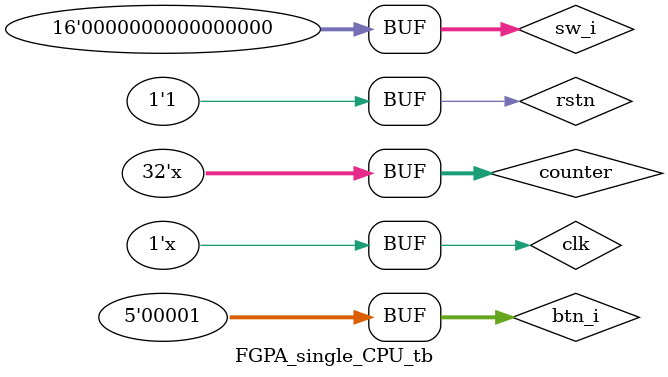
<source format=v>
module FGPA_single_CPU_tb();
    reg clk, rstn;
    reg [4:0]btn_i;
    reg [15:0]sw_i;
    wire[31:0] pc;

    wire [7:0]disp_an_o, disp_seg_o;
    wire [15:0]led_o;
   
    top xgriscv(
        .rstn (rstn),
        .btn_i (btn_i),
        .sw_i (sw_i),
        .clk (clk),

        .disp_an_o (disp_an_o),
        .disp_seg_o (disp_seg_o),
        .led_o (led_o)
    );

    integer counter = 0;
   
    initial begin
        // input instruction for simulation
        // $readmemh("test_SINGLE.hex", xgriscv.U_imem.RAM);
        clk = 1;
        rstn = 1;
        sw_i = 0;
        btn_i = 0;
        #5 ;
        rstn = 0;
        #150 ;
        rstn = 1;
        #16000 ;
        btn_i = 5'b00001;
    end
   
    always begin
        #(50) clk = ~clk;

        if (clk == 1'b1) 
        begin
            counter = counter + 1;
            /*if (pc == 32'h8000078) begin 
                $stop;
            end*/
        end
      
    end
endmodule


</source>
